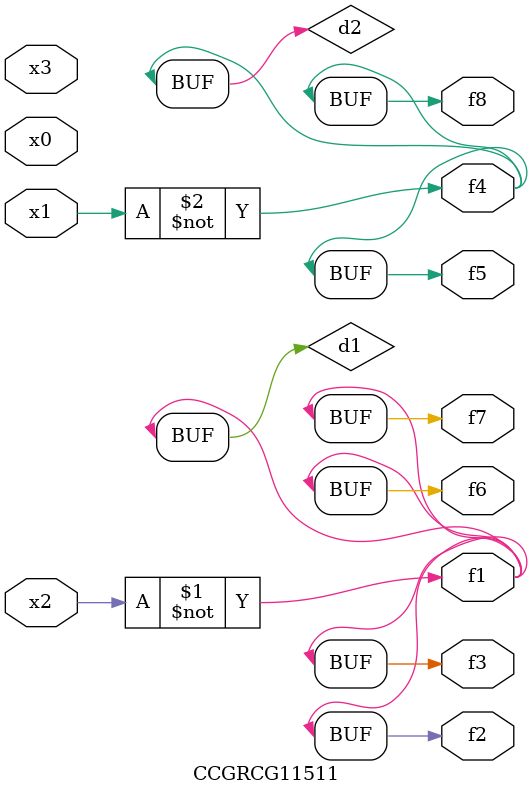
<source format=v>
module CCGRCG11511(
	input x0, x1, x2, x3,
	output f1, f2, f3, f4, f5, f6, f7, f8
);

	wire d1, d2;

	xnor (d1, x2);
	not (d2, x1);
	assign f1 = d1;
	assign f2 = d1;
	assign f3 = d1;
	assign f4 = d2;
	assign f5 = d2;
	assign f6 = d1;
	assign f7 = d1;
	assign f8 = d2;
endmodule

</source>
